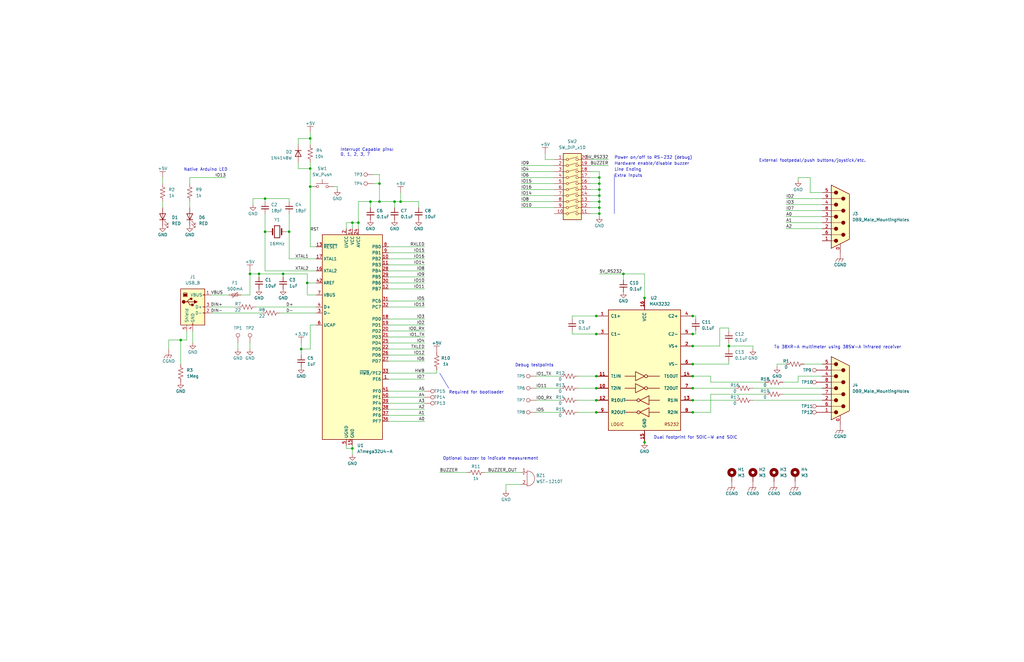
<source format=kicad_sch>
(kicad_sch (version 20230121) (generator eeschema)
  (paper "B")
  (title_block (title "SAFE-TO-MATE-O-MATIC") (date "2023-01-16") (rev "-") (comment 1 "7511-XXXX"))
  (lib_symbols
    (symbol "1Jarrett_Symbol_Library:+3.3V" (power) (pin_names (offset 0))
      (property "Value" "+3.3V" (at 0 3.81 0))
      (symbol "+3.3V_1_1"
        (pin power_in line (at 0 0 90) (length 0) hide (name "+3.3V") (number "1"))
      )
    )
    (symbol "1Jarrett_Symbol_Library:+5V" (power) (pin_names (offset 0))
      (property "Value" "+5V" (at 0 3.81 0))
      (symbol "+5V_1_1"
        (pin power_in line (at 0 0 90) (length 0) hide (name "+5V") (number "1"))
      )
    )
    (symbol "1Jarrett_Symbol_Library:CGND" (power) (pin_names (offset 0))
      (property "Value" "CGND" (at 0 -5.08 0))
      (symbol "CGND_1_1"
        (pin power_in line (at 0 0 90) (length 0) hide (name "CGND") (number "1"))
      )
    )
    (symbol "Connector:DB9_Male_MountingHoles" (pin_names (offset 1.016) hide)
      (property "Reference" "J" (at 0 16.51 0))
      (property "Value" "DB9_Male_MountingHoles" (at 0 14.605 0))
      (symbol "DB9_Male_MountingHoles_1_1"
        (pin passive line (at 0 -15.24 90) (length 3.81) (name "PAD") (number "0"))
        (pin passive line (at -7.62 -10.16 0) (length 3.81) (name "1") (number "1"))
        (pin passive line (at -7.62 -5.08 0) (length 3.81) (name "2") (number "2"))
        (pin passive line (at -7.62 0 0) (length 3.81) (name "3") (number "3"))
        (pin passive line (at -7.62 5.08 0) (length 3.81) (name "4") (number "4"))
        (pin passive line (at -7.62 10.16 0) (length 3.81) (name "5") (number "5"))
        (pin passive line (at -7.62 -7.62 0) (length 3.81) (name "6") (number "6"))
        (pin passive line (at -7.62 -2.54 0) (length 3.81) (name "7") (number "7"))
        (pin passive line (at -7.62 2.54 0) (length 3.81) (name "8") (number "8"))
        (pin passive line (at -7.62 7.62 0) (length 3.81) (name "9") (number "9"))
      )
    )
    (symbol "Connector:TestPoint" (pin_numbers hide) (pin_names (offset 0.762) hide)
      (property "Reference" "TP" (at 0 6.858 0))
      (property "Value" "TestPoint" (at 0 5.08 0))
      (symbol "TestPoint_1_1"
        (pin passive line (at 0 0 90) (length 2.54) (name "1") (number "1"))
      )
    )
    (symbol "Connector:USB_B" (pin_names (offset 1.016))
      (property "Reference" "J" (at -5.08 11.43 0))
      (property "Value" "USB_B" (at -5.08 8.89 0))
      (symbol "USB_B_1_1"
        (pin power_out line (at 7.62 5.08 180) (length 2.54) (name "VBUS") (number "1"))
        (pin bidirectional line (at 7.62 -2.54 180) (length 2.54) (name "D-") (number "2"))
        (pin bidirectional line (at 7.62 0 180) (length 2.54) (name "D+") (number "3"))
        (pin power_out line (at 0 -10.16 90) (length 2.54) (name "GND") (number "4"))
        (pin passive line (at -2.54 -10.16 90) (length 2.54) (name "Shield") (number "5"))
      )
    )
    (symbol "Device:Buzzer" (pin_names (offset 0.0254) hide)
      (property "Reference" "BZ" (at 3.81 1.27 0))
      (property "Value" "Buzzer" (at 3.81 -1.27 0))
      (symbol "Buzzer_1_1"
        (pin passive line (at -2.54 2.54 0) (length 2.54) (name "-") (number "1"))
        (pin passive line (at -2.54 -2.54 0) (length 2.54) (name "+") (number "2"))
      )
    )
    (symbol "Device:C_Small" (pin_numbers hide) (pin_names (offset 0.254) hide)
      (property "Reference" "C" (at 0.254 1.778 0))
      (property "Value" "C_Small" (at 0.254 -2.032 0))
      (symbol "C_Small_1_1"
        (pin passive line (at 0 2.54 270) (length 2.032) (name "~") (number "1"))
        (pin passive line (at 0 -2.54 90) (length 2.032) (name "~") (number "2"))
      )
    )
    (symbol "Device:Crystal" (pin_numbers hide) (pin_names (offset 1.016) hide)
      (property "Reference" "Y" (at 0 3.81 0))
      (property "Value" "Crystal" (at 0 -3.81 0))
      (symbol "Crystal_1_1"
        (pin passive line (at -3.81 0 0) (length 1.27) (name "1") (number "1"))
        (pin passive line (at 3.81 0 180) (length 1.27) (name "2") (number "2"))
      )
    )
    (symbol "Device:LED" (pin_numbers hide) (pin_names (offset 1.016) hide)
      (property "Reference" "D" (at 0 2.54 0))
      (property "Value" "LED" (at 0 -2.54 0))
      (symbol "LED_1_1"
        (pin passive line (at -3.81 0 0) (length 2.54) (name "K") (number "1"))
        (pin passive line (at 3.81 0 180) (length 2.54) (name "A") (number "2"))
      )
    )
    (symbol "Device:Polyfuse_Small" (pin_numbers hide) (pin_names (offset 0))
      (property "Reference" "F" (at -1.905 0 90))
      (property "Value" "Polyfuse_Small" (at 1.905 0 90))
      (symbol "Polyfuse_Small_1_1"
        (pin passive line (at 0 2.54 270) (length 0.635) (name "~") (number "1"))
        (pin passive line (at 0 -2.54 90) (length 0.635) (name "~") (number "2"))
      )
    )
    (symbol "Device:R_US" (pin_numbers hide) (pin_names (offset 0))
      (property "Reference" "R" (at 2.54 0 90))
      (property "Value" "R_US" (at -2.54 0 90))
      (symbol "R_US_1_1"
        (pin passive line (at 0 3.81 270) (length 1.27) (name "~") (number "1"))
        (pin passive line (at 0 -3.81 90) (length 1.27) (name "~") (number "2"))
      )
    )
    (symbol "Diode:1N4148W" (pin_numbers hide) (pin_names hide)
      (property "Reference" "D" (at 0 2.54 0))
      (property "Value" "1N4148W" (at 0 -2.54 0))
      (symbol "1N4148W_1_1"
        (pin passive line (at -3.81 0 0) (length 2.54) (name "K") (number "1"))
        (pin passive line (at 3.81 0 180) (length 2.54) (name "A") (number "2"))
      )
    )
    (symbol "Interface_UART:MAX3232" (pin_names (offset 1.016))
      (property "Reference" "U" (at -2.54 28.575 0))
      (property "Value" "MAX3232" (at -2.54 26.67 0))
      (symbol "MAX3232_0_0"
        (text "LOGIC" (at -11.43 -22.86 0) (effects (font (size 1.27 1.27))))
        (text "RS232" (at 11.43 -22.86 0) (effects (font (size 1.27 1.27))))
      )
      (symbol "MAX3232_1_1"
        (pin passive line (at -20.32 22.86 0) (length 5.08) (name "C1+") (number "1"))
        (pin input line (at -20.32 -7.62 0) (length 5.08) (name "T2IN") (number "10"))
        (pin input line (at -20.32 -2.54 0) (length 5.08) (name "T1IN") (number "11"))
        (pin output line (at -20.32 -12.7 0) (length 5.08) (name "R1OUT") (number "12"))
        (pin input line (at 20.32 -12.7 180) (length 5.08) (name "R1IN") (number "13"))
        (pin output line (at 20.32 -2.54 180) (length 5.08) (name "T1OUT") (number "14"))
        (pin power_in line (at 0 -30.48 90) (length 5.08) (name "GND") (number "15"))
        (pin power_in line (at 0 30.48 270) (length 5.08) (name "VCC") (number "16"))
        (pin power_out line (at 20.32 10.16 180) (length 5.08) (name "VS+") (number "2"))
        (pin passive line (at -20.32 15.24 0) (length 5.08) (name "C1-") (number "3"))
        (pin passive line (at 20.32 22.86 180) (length 5.08) (name "C2+") (number "4"))
        (pin passive line (at 20.32 15.24 180) (length 5.08) (name "C2-") (number "5"))
        (pin power_out line (at 20.32 2.54 180) (length 5.08) (name "VS-") (number "6"))
        (pin output line (at 20.32 -7.62 180) (length 5.08) (name "T2OUT") (number "7"))
        (pin input line (at 20.32 -17.78 180) (length 5.08) (name "R2IN") (number "8"))
        (pin output line (at -20.32 -17.78 0) (length 5.08) (name "R2OUT") (number "9"))
      )
    )
    (symbol "MCU_Microchip_ATmega:ATmega32U4-A"
      (property "Reference" "U" (at -12.7 44.45 0))
      (property "Value" "ATmega32U4-A" (at 2.54 -44.45 0))
      (symbol "ATmega32U4-A_1_1"
        (pin bidirectional line (at 15.24 -17.78 180) (length 2.54) (name "PE6") (number "1"))
        (pin bidirectional line (at 15.24 33.02 180) (length 2.54) (name "PB2") (number "10"))
        (pin bidirectional line (at 15.24 30.48 180) (length 2.54) (name "PB3") (number "11"))
        (pin bidirectional line (at 15.24 20.32 180) (length 2.54) (name "PB7") (number "12"))
        (pin input line (at -15.24 38.1 0) (length 2.54) (name "~{RESET}") (number "13"))
        (pin power_in line (at 0 45.72 270) (length 2.54) (name "VCC") (number "14"))
        (pin power_in line (at 0 -45.72 90) (length 2.54) (name "GND") (number "15"))
        (pin output line (at -15.24 27.94 0) (length 2.54) (name "XTAL2") (number "16"))
        (pin input line (at -15.24 33.02 0) (length 2.54) (name "XTAL1") (number "17"))
        (pin bidirectional line (at 15.24 7.62 180) (length 2.54) (name "PD0") (number "18"))
        (pin bidirectional line (at 15.24 5.08 180) (length 2.54) (name "PD1") (number "19"))
        (pin power_in line (at -2.54 45.72 270) (length 2.54) (name "UVCC") (number "2"))
        (pin bidirectional line (at 15.24 2.54 180) (length 2.54) (name "PD2") (number "20"))
        (pin bidirectional line (at 15.24 0 180) (length 2.54) (name "PD3") (number "21"))
        (pin bidirectional line (at 15.24 -5.08 180) (length 2.54) (name "PD5") (number "22"))
        (pin passive line (at 0 -45.72 90) (length 2.54) hide (name "GND") (number "23"))
        (pin power_in line (at 2.54 45.72 270) (length 2.54) (name "AVCC") (number "24"))
        (pin bidirectional line (at 15.24 -2.54 180) (length 2.54) (name "PD4") (number "25"))
        (pin bidirectional line (at 15.24 -7.62 180) (length 2.54) (name "PD6") (number "26"))
        (pin bidirectional line (at 15.24 -10.16 180) (length 2.54) (name "PD7") (number "27"))
        (pin bidirectional line (at 15.24 27.94 180) (length 2.54) (name "PB4") (number "28"))
        (pin bidirectional line (at 15.24 25.4 180) (length 2.54) (name "PB5") (number "29"))
        (pin bidirectional line (at -15.24 10.16 0) (length 2.54) (name "D-") (number "3"))
        (pin bidirectional line (at 15.24 22.86 180) (length 2.54) (name "PB6") (number "30"))
        (pin bidirectional line (at 15.24 15.24 180) (length 2.54) (name "PC6") (number "31"))
        (pin bidirectional line (at 15.24 12.7 180) (length 2.54) (name "PC7") (number "32"))
        (pin bidirectional line (at 15.24 -15.24 180) (length 2.54) (name "~{HWB}/PE2") (number "33"))
        (pin passive line (at 0 45.72 270) (length 2.54) hide (name "VCC") (number "34"))
        (pin passive line (at 0 -45.72 90) (length 2.54) hide (name "GND") (number "35"))
        (pin bidirectional line (at 15.24 -35.56 180) (length 2.54) (name "PF7") (number "36"))
        (pin bidirectional line (at 15.24 -33.02 180) (length 2.54) (name "PF6") (number "37"))
        (pin bidirectional line (at 15.24 -30.48 180) (length 2.54) (name "PF5") (number "38"))
        (pin bidirectional line (at 15.24 -27.94 180) (length 2.54) (name "PF4") (number "39"))
        (pin bidirectional line (at -15.24 12.7 0) (length 2.54) (name "D+") (number "4"))
        (pin bidirectional line (at 15.24 -25.4 180) (length 2.54) (name "PF1") (number "40"))
        (pin bidirectional line (at 15.24 -22.86 180) (length 2.54) (name "PF0") (number "41"))
        (pin passive line (at -15.24 22.86 0) (length 2.54) (name "AREF") (number "42"))
        (pin passive line (at 0 -45.72 90) (length 2.54) hide (name "GND") (number "43"))
        (pin passive line (at 2.54 45.72 270) (length 2.54) hide (name "AVCC") (number "44"))
        (pin passive line (at -2.54 -45.72 90) (length 2.54) (name "UGND") (number "5"))
        (pin passive line (at -15.24 5.08 0) (length 2.54) (name "UCAP") (number "6"))
        (pin input line (at -15.24 17.78 0) (length 2.54) (name "VBUS") (number "7"))
        (pin bidirectional line (at 15.24 38.1 180) (length 2.54) (name "PB0") (number "8"))
        (pin bidirectional line (at 15.24 35.56 180) (length 2.54) (name "PB1") (number "9"))
      )
    )
    (symbol "Mechanical:MountingHole_Pad" (pin_numbers hide) (pin_names (offset 1.016) hide)
      (property "Reference" "H" (at 0 6.35 0))
      (property "Value" "MountingHole_Pad" (at 0 4.445 0))
      (symbol "MountingHole_Pad_1_1"
        (pin input line (at 0 -2.54 90) (length 2.54) (name "1") (number "1"))
      )
    )
    (symbol "Switch:SW_DIP_x10" (pin_names (offset 0) hide)
      (property "Reference" "SW" (at 0 16.51 0))
      (property "Value" "SW_DIP_x10" (at 0 -13.97 0))
      (symbol "SW_DIP_x10_1_1"
        (pin passive line (at -7.62 12.7 0) (length 5.08) (name "~") (number "1"))
        (pin passive line (at -7.62 -10.16 0) (length 5.08) (name "~") (number "10"))
        (pin passive line (at 7.62 -10.16 180) (length 5.08) (name "~") (number "11"))
        (pin passive line (at 7.62 -7.62 180) (length 5.08) (name "~") (number "12"))
        (pin passive line (at 7.62 -5.08 180) (length 5.08) (name "~") (number "13"))
        (pin passive line (at 7.62 -2.54 180) (length 5.08) (name "~") (number "14"))
        (pin passive line (at 7.62 0 180) (length 5.08) (name "~") (number "15"))
        (pin passive line (at 7.62 2.54 180) (length 5.08) (name "~") (number "16"))
        (pin passive line (at 7.62 5.08 180) (length 5.08) (name "~") (number "17"))
        (pin passive line (at 7.62 7.62 180) (length 5.08) (name "~") (number "18"))
        (pin passive line (at 7.62 10.16 180) (length 5.08) (name "~") (number "19"))
        (pin passive line (at -7.62 10.16 0) (length 5.08) (name "~") (number "2"))
        (pin passive line (at 7.62 12.7 180) (length 5.08) (name "~") (number "20"))
        (pin passive line (at -7.62 7.62 0) (length 5.08) (name "~") (number "3"))
        (pin passive line (at -7.62 5.08 0) (length 5.08) (name "~") (number "4"))
        (pin passive line (at -7.62 2.54 0) (length 5.08) (name "~") (number "5"))
        (pin passive line (at -7.62 0 0) (length 5.08) (name "~") (number "6"))
        (pin passive line (at -7.62 -2.54 0) (length 5.08) (name "~") (number "7"))
        (pin passive line (at -7.62 -5.08 0) (length 5.08) (name "~") (number "8"))
        (pin passive line (at -7.62 -7.62 0) (length 5.08) (name "~") (number "9"))
      )
    )
    (symbol "Switch:SW_Push" (pin_numbers hide) (pin_names (offset 1.016) hide)
      (property "Reference" "SW" (at 1.27 2.54 0))
      (property "Value" "SW_Push" (at 0 -1.524 0))
      (symbol "SW_Push_0_1"
        (pin passive line (at -5.08 0 0) (length 2.54) (name "1") (number "1"))
        (pin passive line (at 5.08 0 180) (length 2.54) (name "2") (number "2"))
      )
    )
    (symbol "power:GND" (power) (pin_names (offset 0))
      (property "Value" "GND" (at 0 -3.81 0))
      (symbol "GND_1_1"
        (pin power_in line (at 0 0 270) (length 0) hide (name "GND") (number "1"))
      )
    )
  )
  (junction (at 156.21 85.09))
  (junction (at 76.2 143.51))
  (junction (at 168.91 85.09))
  (junction (at 292.1 140.97))
  (junction (at 252.73 87.63))
  (junction (at 262.89 115.57))
  (junction (at 111.76 83.82))
  (junction (at 252.73 90.17))
  (junction (at 292.1 153.67))
  (junction (at 251.46 173.99))
  (junction (at 111.76 97.79))
  (junction (at 166.37 85.09))
  (junction (at 119.38 115.57))
  (junction (at 252.73 85.09))
  (junction (at 271.78 186.69))
  (junction (at 292.1 158.75))
  (junction (at 251.46 140.97))
  (junction (at 127 147.32))
  (junction (at 121.92 97.79))
  (junction (at 292.1 168.91))
  (junction (at 252.73 77.47))
  (junction (at 130.81 58.42))
  (junction (at 251.46 168.91))
  (junction (at 252.73 82.55))
  (junction (at 251.46 163.83))
  (junction (at 129.54 119.38))
  (junction (at 252.73 80.01))
  (junction (at 292.1 163.83))
  (junction (at 105.41 115.57))
  (junction (at 251.46 133.35))
  (junction (at 148.59 189.23))
  (junction (at 292.1 133.35))
  (junction (at 160.02 85.09))
  (junction (at 130.81 78.74))
  (junction (at 109.22 115.57))
  (junction (at 252.73 74.93))
  (junction (at 160.02 77.47))
  (junction (at 130.81 71.12))
  (junction (at 292.1 146.05))
  (junction (at 271.78 125.73))
  (junction (at 307.34 146.05))
  (junction (at 251.46 158.75))
  (junction (at 292.1 173.99))
  (junction (at 151.13 93.98))
  (junction (at 148.59 93.98))
  (wire (pts (xy 330.2 166.37) (xy 346.71 166.37)))
  (wire (pts (xy 346.71 88.9) (xy 331.47 88.9)))
  (wire (pts (xy 252.73 74.93) (xy 252.73 77.47)))
  (wire (pts (xy 163.83 149.86) (xy 179.07 149.86)))
  (wire (pts (xy 80.01 85.09) (xy 80.01 87.63)))
  (wire (pts (xy 346.71 81.28) (xy 341.63 81.28)))
  (wire (pts (xy 327.66 154.94) (xy 327.66 153.67)))
  (wire (pts (xy 248.92 69.85) (xy 256.54 69.85)))
  (wire (pts (xy 127 147.32) (xy 127 149.86)))
  (wire (pts (xy 109.22 115.57) (xy 119.38 115.57)))
  (wire (pts (xy 336.55 158.75) (xy 336.55 161.29)))
  (wire (pts (xy 299.72 166.37) (xy 322.58 166.37)))
  (wire (pts (xy 346.71 93.98) (xy 331.47 93.98)))
  (wire (pts (xy 213.36 204.47) (xy 213.36 207.01)))
  (wire (pts (xy 307.34 144.78) (xy 307.34 146.05)))
  (wire (pts (xy 303.53 146.05) (xy 303.53 138.43)))
  (wire (pts (xy 118.11 132.08) (xy 133.35 132.08)))
  (wire (pts (xy 292.1 133.35) (xy 293.37 133.35)))
  (wire (pts (xy 130.81 55.88) (xy 130.81 58.42)))
  (wire (pts (xy 219.71 82.55) (xy 233.68 82.55)))
  (wire (pts (xy 163.83 104.14) (xy 179.07 104.14)))
  (wire (pts (xy 160.02 73.66) (xy 160.02 77.47)))
  (wire (pts (xy 226.06 158.75) (xy 236.22 158.75)))
  (wire (pts (xy 111.76 85.09) (xy 111.76 83.82)))
  (wire (pts (xy 76.2 143.51) (xy 76.2 153.67)))
  (wire (pts (xy 163.83 167.64) (xy 179.07 167.64)))
  (wire (pts (xy 129.54 124.46) (xy 129.54 119.38)))
  (wire (pts (xy 248.92 74.93) (xy 252.73 74.93)))
  (wire (pts (xy 146.05 187.96) (xy 146.05 189.23)))
  (wire (pts (xy 339.09 153.67) (xy 346.71 153.67)))
  (wire (pts (xy 130.81 60.96) (xy 130.81 58.42)))
  (wire (pts (xy 248.92 90.17) (xy 252.73 90.17)))
  (polyline (pts (xy 189.23 163.83) (xy 185.42 157.48)))
  (wire (pts (xy 107.95 129.54) (xy 133.35 129.54)))
  (wire (pts (xy 142.24 80.01) (xy 142.24 78.74)))
  (wire (pts (xy 248.92 87.63) (xy 252.73 87.63)))
  (wire (pts (xy 80.01 74.93) (xy 95.25 74.93)))
  (wire (pts (xy 346.71 91.44) (xy 331.47 91.44)))
  (wire (pts (xy 71.12 147.32) (xy 71.12 143.51)))
  (wire (pts (xy 299.72 161.29) (xy 322.58 161.29)))
  (wire (pts (xy 219.71 87.63) (xy 233.68 87.63)))
  (wire (pts (xy 252.73 90.17) (xy 252.73 91.44)))
  (wire (pts (xy 303.53 138.43) (xy 307.34 138.43)))
  (wire (pts (xy 111.76 97.79) (xy 111.76 114.3)))
  (wire (pts (xy 248.92 77.47) (xy 252.73 77.47)))
  (wire (pts (xy 252.73 115.57) (xy 262.89 115.57)))
  (wire (pts (xy 168.91 85.09) (xy 176.53 85.09)))
  (wire (pts (xy 109.22 116.84) (xy 109.22 115.57)))
  (wire (pts (xy 330.2 161.29) (xy 336.55 161.29)))
  (wire (pts (xy 271.78 115.57) (xy 262.89 115.57)))
  (wire (pts (xy 317.5 168.91) (xy 346.71 168.91)))
  (wire (pts (xy 125.73 71.12) (xy 130.81 71.12)))
  (wire (pts (xy 163.83 160.02) (xy 179.07 160.02)))
  (wire (pts (xy 184.15 157.48) (xy 184.15 156.21)))
  (wire (pts (xy 252.73 85.09) (xy 252.73 87.63)))
  (wire (pts (xy 243.84 168.91) (xy 251.46 168.91)))
  (wire (pts (xy 101.6 124.46) (xy 105.41 124.46)))
  (wire (pts (xy 293.37 140.97) (xy 293.37 139.7)))
  (wire (pts (xy 163.83 144.78) (xy 179.07 144.78)))
  (wire (pts (xy 243.84 163.83) (xy 251.46 163.83)))
  (wire (pts (xy 346.71 83.82) (xy 331.47 83.82)))
  (wire (pts (xy 151.13 85.09) (xy 156.21 85.09)))
  (wire (pts (xy 243.84 173.99) (xy 251.46 173.99)))
  (wire (pts (xy 299.72 173.99) (xy 292.1 173.99)))
  (wire (pts (xy 317.5 163.83) (xy 346.71 163.83)))
  (wire (pts (xy 160.02 85.09) (xy 166.37 85.09)))
  (wire (pts (xy 163.83 114.3) (xy 179.07 114.3)))
  (wire (pts (xy 163.83 177.8) (xy 179.07 177.8)))
  (wire (pts (xy 129.54 119.38) (xy 133.35 119.38)))
  (wire (pts (xy 88.9 129.54) (xy 100.33 129.54)))
  (wire (pts (xy 336.55 74.93) (xy 336.55 76.2)))
  (wire (pts (xy 252.73 82.55) (xy 252.73 85.09)))
  (wire (pts (xy 248.92 80.01) (xy 252.73 80.01)))
  (wire (pts (xy 133.35 109.22) (xy 121.92 109.22)))
  (wire (pts (xy 163.83 175.26) (xy 179.07 175.26)))
  (wire (pts (xy 163.83 109.22) (xy 179.07 109.22)))
  (wire (pts (xy 299.72 158.75) (xy 299.72 161.29)))
  (wire (pts (xy 133.35 137.16) (xy 130.81 137.16)))
  (wire (pts (xy 121.92 97.79) (xy 120.65 97.79)))
  (wire (pts (xy 341.63 74.93) (xy 336.55 74.93)))
  (wire (pts (xy 166.37 85.09) (xy 166.37 87.63)))
  (wire (pts (xy 185.42 199.39) (xy 196.85 199.39)))
  (wire (pts (xy 292.1 168.91) (xy 309.88 168.91)))
  (wire (pts (xy 125.73 68.58) (xy 125.73 71.12)))
  (wire (pts (xy 241.3 140.97) (xy 241.3 139.7)))
  (wire (pts (xy 142.24 78.74) (xy 140.97 78.74)))
  (wire (pts (xy 248.92 82.55) (xy 252.73 82.55)))
  (wire (pts (xy 163.83 157.48) (xy 184.15 157.48)))
  (wire (pts (xy 133.35 114.3) (xy 111.76 114.3)))
  (wire (pts (xy 151.13 93.98) (xy 151.13 85.09)))
  (wire (pts (xy 307.34 153.67) (xy 307.34 152.4)))
  (wire (pts (xy 133.35 124.46) (xy 129.54 124.46)))
  (wire (pts (xy 148.59 189.23) (xy 148.59 187.96)))
  (wire (pts (xy 163.83 129.54) (xy 179.07 129.54)))
  (wire (pts (xy 292.1 140.97) (xy 293.37 140.97)))
  (wire (pts (xy 146.05 189.23) (xy 148.59 189.23)))
  (wire (pts (xy 307.34 146.05) (xy 317.5 146.05)))
  (wire (pts (xy 130.81 68.58) (xy 130.81 71.12)))
  (wire (pts (xy 163.83 172.72) (xy 179.07 172.72)))
  (wire (pts (xy 105.41 115.57) (xy 105.41 124.46)))
  (wire (pts (xy 292.1 158.75) (xy 299.72 158.75)))
  (wire (pts (xy 252.73 80.01) (xy 252.73 82.55)))
  (wire (pts (xy 130.81 78.74) (xy 130.81 104.14)))
  (wire (pts (xy 163.83 116.84) (xy 179.07 116.84)))
  (wire (pts (xy 111.76 83.82) (xy 121.92 83.82)))
  (wire (pts (xy 121.92 83.82) (xy 121.92 85.09)))
  (wire (pts (xy 81.28 139.7) (xy 81.28 144.78)))
  (wire (pts (xy 251.46 140.97) (xy 241.3 140.97)))
  (wire (pts (xy 163.83 111.76) (xy 179.07 111.76)))
  (wire (pts (xy 248.92 67.31) (xy 256.54 67.31)))
  (wire (pts (xy 307.34 146.05) (xy 307.34 147.32)))
  (wire (pts (xy 111.76 90.17) (xy 111.76 97.79)))
  (wire (pts (xy 146.05 93.98) (xy 146.05 96.52)))
  (wire (pts (xy 317.5 146.05) (xy 317.5 147.32)))
  (wire (pts (xy 204.47 199.39) (xy 219.71 199.39)))
  (wire (pts (xy 243.84 158.75) (xy 251.46 158.75)))
  (wire (pts (xy 78.74 139.7) (xy 78.74 143.51)))
  (wire (pts (xy 233.68 74.93) (xy 219.71 74.93)))
  (wire (pts (xy 80.01 74.93) (xy 80.01 77.47)))
  (wire (pts (xy 68.58 74.93) (xy 68.58 77.47)))
  (wire (pts (xy 163.83 147.32) (xy 179.07 147.32)))
  (wire (pts (xy 226.06 163.83) (xy 236.22 163.83)))
  (wire (pts (xy 307.34 138.43) (xy 307.34 139.7)))
  (wire (pts (xy 163.83 137.16) (xy 179.07 137.16)))
  (wire (pts (xy 71.12 143.51) (xy 76.2 143.51)))
  (wire (pts (xy 168.91 81.28) (xy 168.91 85.09)))
  (wire (pts (xy 88.9 132.08) (xy 110.49 132.08)))
  (wire (pts (xy 292.1 163.83) (xy 309.88 163.83)))
  (wire (pts (xy 252.73 87.63) (xy 252.73 90.17)))
  (wire (pts (xy 241.3 133.35) (xy 251.46 133.35)))
  (wire (pts (xy 127 147.32) (xy 127 144.78)))
  (wire (pts (xy 327.66 153.67) (xy 331.47 153.67)))
  (wire (pts (xy 105.41 144.78) (xy 105.41 147.32)))
  (wire (pts (xy 163.83 170.18) (xy 179.07 170.18)))
  (wire (pts (xy 151.13 96.52) (xy 151.13 93.98)))
  (wire (pts (xy 163.83 152.4) (xy 179.07 152.4)))
  (wire (pts (xy 163.83 119.38) (xy 179.07 119.38)))
  (wire (pts (xy 78.74 143.51) (xy 76.2 143.51)))
  (wire (pts (xy 219.71 85.09) (xy 233.68 85.09)))
  (wire (pts (xy 271.78 125.73) (xy 271.78 115.57)))
  (wire (pts (xy 105.41 114.3) (xy 105.41 115.57)))
  (wire (pts (xy 233.68 69.85) (xy 219.71 69.85)))
  (wire (pts (xy 157.48 77.47) (xy 160.02 77.47)))
  (wire (pts (xy 68.58 85.09) (xy 68.58 87.63)))
  (wire (pts (xy 157.48 73.66) (xy 160.02 73.66)))
  (wire (pts (xy 163.83 139.7) (xy 179.07 139.7)))
  (wire (pts (xy 129.54 115.57) (xy 119.38 115.57)))
  (wire (pts (xy 248.92 85.09) (xy 252.73 85.09)))
  (wire (pts (xy 176.53 85.09) (xy 176.53 87.63)))
  (wire (pts (xy 252.73 72.39) (xy 252.73 74.93)))
  (wire (pts (xy 163.83 106.68) (xy 179.07 106.68)))
  (wire (pts (xy 226.06 173.99) (xy 236.22 173.99)))
  (wire (pts (xy 229.87 64.77) (xy 229.87 67.31)))
  (wire (pts (xy 219.71 204.47) (xy 213.36 204.47)))
  (wire (pts (xy 121.92 90.17) (xy 121.92 97.79)))
  (wire (pts (xy 292.1 153.67) (xy 307.34 153.67)))
  (wire (pts (xy 106.68 83.82) (xy 111.76 83.82)))
  (wire (pts (xy 109.22 115.57) (xy 105.41 115.57)))
  (wire (pts (xy 121.92 97.79) (xy 121.92 109.22)))
  (wire (pts (xy 130.81 137.16) (xy 130.81 147.32)))
  (wire (pts (xy 346.71 158.75) (xy 336.55 158.75)))
  (wire (pts (xy 163.83 121.92) (xy 179.07 121.92)))
  (wire (pts (xy 262.89 115.57) (xy 262.89 118.11)))
  (wire (pts (xy 252.73 77.47) (xy 252.73 80.01)))
  (wire (pts (xy 100.33 144.78) (xy 100.33 147.32)))
  (wire (pts (xy 129.54 119.38) (xy 129.54 115.57)))
  (wire (pts (xy 148.59 93.98) (xy 146.05 93.98)))
  (wire (pts (xy 111.76 97.79) (xy 113.03 97.79)))
  (wire (pts (xy 156.21 85.09) (xy 160.02 85.09)))
  (wire (pts (xy 233.68 67.31) (xy 229.87 67.31)))
  (wire (pts (xy 219.71 80.01) (xy 233.68 80.01)))
  (wire (pts (xy 151.13 93.98) (xy 148.59 93.98)))
  (wire (pts (xy 163.83 165.1) (xy 179.07 165.1)))
  (wire (pts (xy 133.35 104.14) (xy 130.81 104.14)))
  (wire (pts (xy 160.02 77.47) (xy 160.02 85.09)))
  (wire (pts (xy 241.3 134.62) (xy 241.3 133.35)))
  (wire (pts (xy 219.71 77.47) (xy 233.68 77.47)))
  (wire (pts (xy 148.59 189.23) (xy 148.59 191.77)))
  (wire (pts (xy 130.81 58.42) (xy 125.73 58.42)))
  (wire (pts (xy 163.83 142.24) (xy 179.07 142.24)))
  (polyline (pts (xy 259.08 73.66) (xy 259.08 90.17)))
  (wire (pts (xy 226.06 168.91) (xy 236.22 168.91)))
  (wire (pts (xy 299.72 166.37) (xy 299.72 173.99)))
  (wire (pts (xy 148.59 96.52) (xy 148.59 93.98)))
  (wire (pts (xy 119.38 116.84) (xy 119.38 115.57)))
  (wire (pts (xy 88.9 124.46) (xy 96.52 124.46)))
  (wire (pts (xy 163.83 134.62) (xy 179.07 134.62)))
  (wire (pts (xy 293.37 134.62) (xy 293.37 133.35)))
  (wire (pts (xy 106.68 86.36) (xy 106.68 83.82)))
  (wire (pts (xy 130.81 71.12) (xy 130.81 78.74)))
  (wire (pts (xy 233.68 72.39) (xy 219.71 72.39)))
  (wire (pts (xy 125.73 58.42) (xy 125.73 60.96)))
  (wire (pts (xy 156.21 85.09) (xy 156.21 87.63)))
  (wire (pts (xy 166.37 85.09) (xy 168.91 85.09)))
  (wire (pts (xy 163.83 127) (xy 179.07 127)))
  (wire (pts (xy 341.63 81.28) (xy 341.63 74.93)))
  (wire (pts (xy 248.92 72.39) (xy 252.73 72.39)))
  (wire (pts (xy 331.47 86.36) (xy 346.71 86.36)))
  (wire (pts (xy 130.81 147.32) (xy 127 147.32)))
  (wire (pts (xy 292.1 146.05) (xy 303.53 146.05)))
  (wire (pts (xy 346.71 96.52) (xy 331.47 96.52)))
  (text "To 38XR-A multimeter using 38SW-A infrared receiver" (at 326.39 147.32 0) (effects (font (size 1.27 1.27)) (justify left bottom)))
  (text "External footpedal/push buttons/joystick/etc." (at 320.04 68.58 0) (effects (font (size 1.27 1.27)) (justify left bottom)))
  (text "Optional buzzer to indicate measurement" (at 186.69 194.31 0) (effects (font (size 1.27 1.27)) (justify left bottom)))
  (text "Dual footprint for SOIC-W and SOIC\n" (at 275.59 185.42 0) (effects (font (size 1.27 1.27)) (justify left bottom)))
  (text "Extra inputs" (at 259.08 74.93 0) (effects (font (size 1.27 1.27)) (justify left bottom)))
  (text "Native Arduino LED" (at 77.47 72.39 0) (effects (font (size 1.27 1.27)) (justify left bottom)))
  (text "Line Ending" (at 259.08 72.39 0) (effects (font (size 1.27 1.27)) (justify left bottom)))
  (text "Power on/off to RS-232 (debug)" (at 259.08 67.31 0) (effects (font (size 1.27 1.27)) (justify left bottom)))
  (text "Debug testpoints" (at 217.17 154.94 0) (effects (font (size 1.27 1.27)) (justify left bottom)))
  (text "Hardware enable/disable buzzer" (at 259.08 69.85 0) (effects (font (size 1.27 1.27)) (justify left bottom)))
  (text "Interrupt Capable pins:\n0, 1, 2, 3, 7" (at 143.51 66.04 0) (effects (font (size 1.27 1.27)) (justify left bottom)))
  (text "Required for bootloader" (at 189.23 166.37 0) (effects (font (size 1.27 1.27)) (justify left bottom)))
  (label "RST" (at 130.81 97.79 0))
  (label "IO11" (at 226.06 163.83 0))
  (label "IO4" (at 219.71 72.39 0))
  (label "VBUS" (at 88.9 124.46 0))
  (label "A2" (at 179.07 172.72 180))
  (label "5V_RS232" (at 252.73 115.57 0))
  (label "IO0_RX" (at 226.06 168.91 0))
  (label "HWB" (at 179.07 157.48 180))
  (label "IO9" (at 179.07 116.84 180))
  (label "IO16" (at 219.71 80.01 0))
  (label "A0" (at 331.47 91.44 0))
  (label "IO10" (at 179.07 119.38 180))
  (label "RXLED" (at 179.07 104.14 180))
  (label "IO8" (at 219.71 85.09 0))
  (label "D-" (at 120.65 132.08 0))
  (label "IO0_RX" (at 179.07 139.7 180))
  (label "A0" (at 179.07 177.8 180))
  (label "IO9" (at 219.71 69.85 0))
  (label "IO15" (at 219.71 77.47 0))
  (label "A2" (at 331.47 96.52 0))
  (label "IO10" (at 219.71 87.63 0))
  (label "IO14" (at 179.07 111.76 180))
  (label "IO12" (at 179.07 149.86 180))
  (label "A3" (at 179.07 170.18 180))
  (label "IO15" (at 179.07 106.68 180))
  (label "IO11" (at 179.07 121.92 180))
  (label "IO7" (at 179.07 160.02 180))
  (label "A1" (at 179.07 175.26 180))
  (label "IO14" (at 219.71 82.55 0))
  (label "IO13" (at 179.07 129.54 180))
  (label "BUZZER" (at 185.42 199.39 0))
  (label "A5" (at 179.07 165.1 180))
  (label "A4" (at 179.07 167.64 180))
  (label "DIN-" (at 88.9 132.08 0))
  (label "IO1_TX" (at 179.07 142.24 180))
  (label "IO6" (at 179.07 152.4 180))
  (label "IO13" (at 95.25 74.93 180))
  (label "IO3" (at 331.47 86.36 0))
  (label "IO5" (at 179.07 127 180))
  (label "XTAL2" (at 124.46 114.3 0))
  (label "BUZZER" (at 256.54 69.85 180))
  (label "DIN+" (at 88.9 129.54 0))
  (label "IO2" (at 179.07 137.16 180))
  (label "XTAL1" (at 124.46 109.22 0))
  (label "IO5" (at 226.06 173.99 0))
  (label "IO1_TX" (at 226.06 158.75 0))
  (label "D+" (at 120.65 129.54 0))
  (label "5V_RS232" (at 256.54 67.31 180))
  (label "IO3" (at 179.07 134.62 180))
  (label "IO6" (at 219.71 74.93 0))
  (label "IO7" (at 331.47 88.9 0))
  (label "IO16" (at 179.07 109.22 180))
  (label "IO4" (at 179.07 144.78 180))
  (label "IO2" (at 331.47 83.82 0))
  (label "IO8" (at 179.07 114.3 180))
  (label "A1" (at 331.47 93.98 0))
  (label "BUZZER_OUT" (at 205.74 199.39 0))
  (label "TXLED" (at 179.07 147.32 180))
  (symbol (lib_id "Connector:TestPoint") (at 179.07 167.64 270) (unit 1)
    (property "Reference" "TP14" (at 185.42 167.64 90))
    (property "Value" "TestPoint" (effects hide))
    (property "Footprint" "TestPoint:TestPoint_Keystone_5015_Micro-Minature" (effects hide))
  )
  (symbol (lib_id "Connector:DB9_Male_MountingHoles") (at 354.33 163.83 0) (unit 1)
    (property "Reference" "J4" (at 359.41 162.5599 0) (effects (justify left)))
    (property "Value" "DB9_Male_MountingHoles" (at 359.41 165.0999 0) (effects (justify left)))
    (property "Footprint" "Connector_Dsub:DSUB-9_Female_Horizontal_P2.77x2.84mm_EdgePinOffset4.94mm_Housed_MountingHolesOffset7.48mm" (effects hide))
    (property "Datasheet" " ~" (effects hide))
  )
  (symbol (lib_id "1Jarrett_Symbol_Library:+5V") (at 229.87 64.77 0) (unit 1)
    (property "Reference" "#PWR025" (effects hide))
    (property "Value" "+5V" (at 229.87 60.96 0))
  )
  (symbol (lib_id "1Jarrett_Symbol_Library:+5V") (at 168.91 81.28 0) (unit 1)
    (property "Reference" "#PWR020" (effects hide))
    (property "Value" "+5V" (at 168.91 77.47 0))
  )
  (symbol (lib_id "Connector:TestPoint") (at 226.06 158.75 90) (mirror x) (unit 1)
    (property "Reference" "TP5" (at 219.71 158.75 90))
    (property "Value" "TestPoint" (effects hide))
    (property "Footprint" "TestPoint:TestPoint_Keystone_5015_Micro-Minature" (effects hide))
  )
  (symbol (lib_id "Connector:DB9_Male_MountingHoles") (at 354.33 91.44 0) (unit 1)
    (property "Reference" "J3" (at 359.41 90.1699 0) (effects (justify left)))
    (property "Value" "DB9_Male_MountingHoles" (at 359.41 92.7099 0) (effects (justify left)))
    (property "Footprint" "Connector_Dsub:DSUB-9_Female_Horizontal_P2.77x2.84mm_EdgePinOffset4.94mm_Housed_MountingHolesOffset7.48mm" (effects hide))
    (property "Datasheet" " ~" (effects hide))
  )
  (symbol (lib_id "Connector:TestPoint") (at 179.07 165.1 270) (unit 1)
    (property "Reference" "TP15" (at 185.42 165.1 90))
    (property "Value" "TestPoint" (effects hide))
    (property "Footprint" "TestPoint:TestPoint_Keystone_5015_Micro-Minature" (effects hide))
  )
  (symbol (lib_id "Device:C_Small") (at 127 152.4 0) (unit 1)
    (property "Reference" "C5" (at 129.54 151.1362 0) (effects (justify left)))
    (property "Value" "1uF" (at 129.54 153.6762 0) (effects (justify left)))
    (property "Footprint" "Capacitor_SMD:C_0603_1608Metric_Pad1.08x0.95mm_HandSolder" (effects hide))
  )
  (symbol (lib_id "Connector:TestPoint") (at 157.48 77.47 90) (unit 1)
    (property "Reference" "TP4" (at 151.13 77.47 90))
    (property "Value" "TestPoint" (effects hide))
    (property "Footprint" "TestPoint:TestPoint_Keystone_5015_Micro-Minature" (effects hide))
  )
  (symbol (lib_id "Device:R_US") (at 76.2 157.48 180) (unit 1)
    (property "Reference" "R3" (at 80.01 156.21 0))
    (property "Value" "1Meg" (at 81.28 158.75 0))
    (property "Footprint" "Resistor_SMD:R_1206_3216Metric_Pad1.30x1.75mm_HandSolder" (effects hide))
  )
  (symbol (lib_id "power:GND") (at 262.89 123.19 0) (unit 1)
    (property "Reference" "#PWR028" (effects hide))
    (property "Value" "GND" (at 262.89 127 0))
  )
  (symbol (lib_id "power:GND") (at 176.53 92.71 0) (unit 1)
    (property "Reference" "#PWR021" (effects hide))
    (property "Value" "GND" (at 176.53 96.52 0))
  )
  (symbol (lib_id "Connector:TestPoint") (at 226.06 163.83 90) (mirror x) (unit 1)
    (property "Reference" "TP6" (at 219.71 163.83 90))
    (property "Value" "TestPoint" (effects hide))
    (property "Footprint" "TestPoint:TestPoint_Keystone_5015_Micro-Minature" (effects hide))
  )
  (symbol (lib_id "1Jarrett_Symbol_Library:CGND") (at 326.39 203.2 0) (unit 1)
    (property "Reference" "#PWR034" (effects hide))
    (property "Value" "CGND" (at 326.39 208.28 0))
  )
  (symbol (lib_id "Device:R_US") (at 104.14 129.54 90) (unit 1)
    (property "Reference" "R7" (at 100.33 128.27 90))
    (property "Value" "22" (at 100.33 130.81 90))
    (property "Footprint" "Resistor_SMD:R_0603_1608Metric_Pad0.98x0.95mm_HandSolder" (effects hide))
  )
  (symbol (lib_id "power:GND") (at 106.68 86.36 0) (unit 1)
    (property "Reference" "#PWR010" (effects hide))
    (property "Value" "GND" (at 106.68 90.17 0))
  )
  (symbol (lib_id "1Jarrett_Symbol_Library:CGND") (at 308.61 203.2 0) (unit 1)
    (property "Reference" "#PWR031" (effects hide))
    (property "Value" "CGND" (at 308.61 208.28 0))
  )
  (symbol (lib_id "Device:Polyfuse_Small") (at 99.06 124.46 90) (unit 1)
    (property "Reference" "F1" (at 99.06 119.38 90))
    (property "Value" "500mA" (at 99.06 121.92 90))
    (property "Footprint" "Resistor_SMD:R_1812_4532Metric_Pad1.30x3.40mm_HandSolder" (effects hide))
  )
  (symbol (lib_id "Device:Buzzer") (at 222.25 201.93 0) (unit 1)
    (property "Reference" "BZ1" (at 226.06 200.6599 0) (effects (justify left)))
    (property "Value" "WST-1210T" (at 226.06 203.1999 0) (effects (justify left)))
    (property "Footprint" "Buzzer_Beeper:Buzzer_12x9.5RM7.6" (effects hide))
  )
  (symbol (lib_id "power:GND") (at 148.59 191.77 0) (unit 1)
    (property "Reference" "#PWR017" (effects hide))
    (property "Value" "GND" (at 148.59 195.58 0))
  )
  (symbol (lib_id "Device:R_US") (at 313.69 163.83 90) (unit 1)
    (property "Reference" "R16" (at 309.88 162.56 90))
    (property "Value" "0" (at 309.88 165.1 90))
    (property "Footprint" "Resistor_SMD:R_0603_1608Metric_Pad0.98x0.95mm_HandSolder" (effects hide))
  )
  (symbol (lib_id "power:GND") (at 68.58 95.25 0) (unit 1)
    (property "Reference" "#PWR02" (effects hide))
    (property "Value" "GND" (at 68.58 99.06 0))
  )
  (symbol (lib_id "1Jarrett_Symbol_Library:+5V") (at 68.58 74.93 0) (unit 1)
    (property "Reference" "#PWR03" (effects hide))
    (property "Value" "+5V" (at 68.58 71.12 0))
  )
  (symbol (lib_id "Device:C_Small") (at 241.3 137.16 0) (unit 1)
    (property "Reference" "C9" (at 243.84 135.8962 0) (effects (justify left)))
    (property "Value" "0.1uF" (at 243.84 138.4362 0) (effects (justify left)))
    (property "Footprint" "Capacitor_SMD:C_0603_1608Metric_Pad1.08x0.95mm_HandSolder" (effects hide))
  )
  (symbol (lib_id "Connector:TestPoint") (at 226.06 173.99 90) (mirror x) (unit 1)
    (property "Reference" "TP8" (at 219.71 173.99 90))
    (property "Value" "TestPoint" (effects hide))
    (property "Footprint" "TestPoint:TestPoint_Keystone_5015_Micro-Minature" (effects hide))
  )
  (symbol (lib_id "power:GND") (at 80.01 95.25 0) (unit 1)
    (property "Reference" "#PWR012" (effects hide))
    (property "Value" "GND" (at 80.01 99.06 0))
  )
  (symbol (lib_id "Connector:TestPoint") (at 346.71 171.45 90) (unit 1)
    (property "Reference" "TP11" (at 340.36 171.45 90))
    (property "Value" "TestPoint" (effects hide))
    (property "Footprint" "TestPoint:TestPoint_Keystone_5015_Micro-Minature" (effects hide))
  )
  (symbol (lib_id "Connector:TestPoint") (at 100.33 144.78 0) (unit 1)
    (property "Reference" "TP1" (at 100.33 138.43 0))
    (property "Value" "TestPoint" (effects hide))
    (property "Footprint" "TestPoint:TestPoint_Keystone_5015_Micro-Minature" (effects hide))
  )
  (symbol (lib_id "power:GND") (at 100.33 147.32 0) (unit 1)
    (property "Reference" "#PWR07" (effects hide))
    (property "Value" "GND" (at 100.33 151.13 0))
  )
  (symbol (lib_id "1Jarrett_Symbol_Library:CGND") (at 335.28 203.2 0) (unit 1)
    (property "Reference" "#PWR037" (effects hide))
    (property "Value" "CGND" (at 335.28 208.28 0))
  )
  (symbol (lib_id "Mechanical:MountingHole_Pad") (at 317.5 200.66 0) (unit 1)
    (property "Reference" "H2" (at 320.04 198.1199 0) (effects (justify left)))
    (property "Value" "M3" (at 320.04 200.6599 0) (effects (justify left)))
    (property "Footprint" "MountingHole:MountingHole_3mm_Pad_Via" (effects hide))
  )
  (symbol (lib_id "power:GND") (at 317.5 147.32 0) (unit 1)
    (property "Reference" "#PWR030" (effects hide))
    (property "Value" "GND" (at 317.5 151.13 0))
  )
  (symbol (lib_id "Mechanical:MountingHole_Pad") (at 308.61 200.66 0) (unit 1)
    (property "Reference" "H1" (at 311.15 198.1199 0) (effects (justify left)))
    (property "Value" "M3" (at 311.15 200.6599 0) (effects (justify left)))
    (property "Footprint" "MountingHole:MountingHole_3mm_Pad_Via" (effects hide))
  )
  (symbol (lib_id "Device:R_US") (at 68.58 81.28 180) (unit 1)
    (property "Reference" "R2" (at 72.39 80.01 0))
    (property "Value" "1k" (at 72.39 82.55 0))
    (property "Footprint" "Resistor_SMD:R_0603_1608Metric_Pad0.98x0.95mm_HandSolder" (effects hide))
  )
  (symbol (lib_id "power:GND") (at 156.21 92.71 0) (unit 1)
    (property "Reference" "#PWR018" (effects hide))
    (property "Value" "GND" (at 156.21 96.52 0))
  )
  (symbol (lib_id "Connector:TestPoint") (at 157.48 73.66 90) (unit 1)
    (property "Reference" "TP3" (at 151.13 73.66 90))
    (property "Value" "TestPoint" (effects hide))
    (property "Footprint" "TestPoint:TestPoint_Keystone_5015_Micro-Minature" (effects hide))
  )
  (symbol (lib_id "Mechanical:MountingHole_Pad") (at 335.28 200.66 0) (unit 1)
    (property "Reference" "H4" (at 337.82 198.1199 0) (effects (justify left)))
    (property "Value" "M3" (at 337.82 200.6599 0) (effects (justify left)))
    (property "Footprint" "MountingHole:MountingHole_3mm_Pad_Via" (effects hide))
  )
  (symbol (lib_id "Device:R_US") (at 326.39 161.29 90) (unit 1)
    (property "Reference" "R18" (at 322.58 160.02 90))
    (property "Value" "0" (at 322.58 162.56 90))
    (property "Footprint" "Resistor_SMD:R_0603_1608Metric_Pad0.98x0.95mm_HandSolder" (effects hide))
  )
  (symbol (lib_id "power:GND") (at 105.41 147.32 0) (unit 1)
    (property "Reference" "#PWR09" (effects hide))
    (property "Value" "GND" (at 105.41 151.13 0))
  )
  (symbol (lib_id "Device:LED") (at 80.01 91.44 90) (unit 1)
    (property "Reference" "D6" (at 83.82 91.7574 90) (effects (justify right)))
    (property "Value" "RED" (at 83.82 94.2974 90) (effects (justify right)))
    (property "Footprint" "LED_SMD:LED_0603_1608Metric_Pad1.05x0.95mm_HandSolder" (effects hide))
  )
  (symbol (lib_id "Device:C_Small") (at 262.89 120.65 0) (unit 1)
    (property "Reference" "C10" (at 265.43 119.3862 0) (effects (justify left)))
    (property "Value" "0.1uF" (at 265.43 121.9262 0) (effects (justify left)))
    (property "Footprint" "Capacitor_SMD:C_0603_1608Metric_Pad1.08x0.95mm_HandSolder" (effects hide))
  )
  (symbol (lib_id "Device:C_Small") (at 121.92 87.63 0) (unit 1)
    (property "Reference" "C4" (at 124.46 86.3662 0) (effects (justify left)))
    (property "Value" "18pF" (at 124.46 88.9062 0) (effects (justify left)))
    (property "Footprint" "Capacitor_SMD:C_0603_1608Metric_Pad1.08x0.95mm_HandSolder" (effects hide))
  )
  (symbol (lib_id "power:GND") (at 336.55 76.2 0) (unit 1)
    (property "Reference" "#PWR01" (effects hide))
    (property "Value" "GND" (at 336.55 80.01 0))
  )
  (symbol (lib_id "Device:R_US") (at 130.81 64.77 180) (unit 1)
    (property "Reference" "R4" (at 134.62 63.5 0))
    (property "Value" "10k" (at 134.62 66.04 0))
    (property "Footprint" "Resistor_SMD:R_0603_1608Metric_Pad0.98x0.95mm_HandSolder" (effects hide))
  )
  (symbol (lib_id "power:GND") (at 271.78 186.69 0) (unit 1)
    (property "Reference" "#PWR029" (effects hide))
    (property "Value" "GND" (at 271.78 190.5 0))
  )
  (symbol (lib_id "Device:C_Small") (at 109.22 119.38 0) (unit 1)
    (property "Reference" "C1" (at 111.76 118.1162 0) (effects (justify left)))
    (property "Value" "10uF" (at 111.76 120.6562 0) (effects (justify left)))
    (property "Footprint" "Capacitor_SMD:C_0603_1608Metric_Pad1.08x0.95mm_HandSolder" (effects hide))
  )
  (symbol (lib_id "Switch:SW_Push") (at 135.89 78.74 0) (unit 1)
    (property "Reference" "SW1" (at 135.89 71.12 0))
    (property "Value" "SW_Push" (at 135.89 73.66 0))
    (property "Footprint" "Button_Switch_THT:SW_PUSH_6mm" (effects hide))
  )
  (symbol (lib_id "1Jarrett_Symbol_Library:+3.3V") (at 127 144.78 0) (unit 1)
    (property "Reference" "#PWR014" (effects hide))
    (property "Value" "+3.3V" (at 127 140.97 0))
  )
  (symbol (lib_id "Device:R_US") (at 335.28 153.67 90) (unit 1)
    (property "Reference" "R1" (at 331.47 152.4 90))
    (property "Value" "0" (at 331.47 154.94 90))
    (property "Footprint" "Resistor_SMD:R_0603_1608Metric_Pad0.98x0.95mm_HandSolder" (effects hide))
  )
  (symbol (lib_id "power:GND") (at 142.24 80.01 0) (unit 1)
    (property "Reference" "#PWR016" (effects hide))
    (property "Value" "GND" (at 142.24 83.82 0))
  )
  (symbol (lib_id "power:GND") (at 166.37 92.71 0) (unit 1)
    (property "Reference" "#PWR019" (effects hide))
    (property "Value" "GND" (at 166.37 96.52 0))
  )
  (symbol (lib_id "Device:C_Small") (at 119.38 119.38 0) (unit 1)
    (property "Reference" "C3" (at 121.92 118.1162 0) (effects (justify left)))
    (property "Value" "1uF" (at 121.92 120.6562 0) (effects (justify left)))
    (property "Footprint" "Capacitor_SMD:C_0603_1608Metric_Pad1.08x0.95mm_HandSolder" (effects hide))
  )
  (symbol (lib_id "Device:R_US") (at 240.03 163.83 90) (unit 1)
    (property "Reference" "R13" (at 236.22 162.56 90))
    (property "Value" "0" (at 236.22 165.1 90))
    (property "Footprint" "Resistor_SMD:R_0603_1608Metric_Pad0.98x0.95mm_HandSolder" (effects hide))
  )
  (symbol (lib_id "Device:R_US") (at 313.69 168.91 90) (unit 1)
    (property "Reference" "R17" (at 309.88 167.64 90))
    (property "Value" "0" (at 309.88 170.18 90))
    (property "Footprint" "Resistor_SMD:R_0603_1608Metric_Pad0.98x0.95mm_HandSolder" (effects hide))
  )
  (symbol (lib_id "Device:R_US") (at 200.66 199.39 90) (unit 1)
    (property "Reference" "R11" (at 200.66 196.85 90))
    (property "Value" "1k" (at 200.66 201.93 90))
    (property "Footprint" "Resistor_SMD:R_0603_1608Metric_Pad0.98x0.95mm_HandSolder" (effects hide))
  )
  (symbol (lib_id "Device:R_US") (at 114.3 132.08 90) (unit 1)
    (property "Reference" "R8" (at 110.49 130.81 90))
    (property "Value" "22" (at 110.49 133.35 90))
    (property "Footprint" "Resistor_SMD:R_0603_1608Metric_Pad0.98x0.95mm_HandSolder" (effects hide))
  )
  (symbol (lib_id "Mechanical:MountingHole_Pad") (at 326.39 200.66 0) (unit 1)
    (property "Reference" "H3" (at 328.93 198.1199 0) (effects (justify left)))
    (property "Value" "M3" (at 328.93 200.6599 0) (effects (justify left)))
    (property "Footprint" "MountingHole:MountingHole_3mm_Pad_Via" (effects hide))
  )
  (symbol (lib_id "power:GND") (at 127 154.94 0) (unit 1)
    (property "Reference" "#PWR015" (effects hide))
    (property "Value" "GND" (at 127 158.75 0))
  )
  (symbol (lib_id "power:GND") (at 327.66 154.94 0) (unit 1)
    (property "Reference" "#PWR033" (effects hide))
    (property "Value" "GND" (at 327.66 158.75 0))
  )
  (symbol (lib_id "Device:C_Small") (at 307.34 149.86 0) (unit 1)
    (property "Reference" "C13" (at 309.88 148.5962 0) (effects (justify left)))
    (property "Value" "0.1uF" (at 309.88 151.1362 0) (effects (justify left)))
    (property "Footprint" "Capacitor_SMD:C_0603_1608Metric_Pad1.08x0.95mm_HandSolder" (effects hide))
  )
  (symbol (lib_id "Device:C_Small") (at 111.76 87.63 0) (unit 1)
    (property "Reference" "C2" (at 114.3 86.3662 0) (effects (justify left)))
    (property "Value" "18pF" (at 114.3 88.9062 0) (effects (justify left)))
    (property "Footprint" "Capacitor_SMD:C_0603_1608Metric_Pad1.08x0.95mm_HandSolder" (effects hide))
  )
  (symbol (lib_id "Device:LED") (at 68.58 91.44 90) (unit 1)
    (property "Reference" "D1" (at 72.39 91.7574 90) (effects (justify right)))
    (property "Value" "RED" (at 72.39 94.2974 90) (effects (justify right)))
    (property "Footprint" "LED_SMD:LED_0603_1608Metric_Pad1.05x0.95mm_HandSolder" (effects hide))
  )
  (symbol (lib_id "power:GND") (at 252.73 91.44 0) (unit 1)
    (property "Reference" "#PWR027" (effects hide))
    (property "Value" "GND" (at 252.73 95.25 0))
  )
  (symbol (lib_id "1Jarrett_Symbol_Library:+5V") (at 105.41 114.3 0) (unit 1)
    (property "Reference" "#PWR08" (effects hide))
    (property "Value" "+5V" (at 105.41 110.49 0))
  )
  (symbol (lib_id "Connector:TestPoint") (at 346.71 161.29 90) (unit 1)
    (property "Reference" "TP10" (at 340.36 161.29 90))
    (property "Value" "TestPoint" (effects hide))
    (property "Footprint" "TestPoint:TestPoint_Keystone_5015_Micro-Minature" (effects hide))
  )
  (symbol (lib_id "power:GND") (at 109.22 121.92 0) (unit 1)
    (property "Reference" "#PWR011" (effects hide))
    (property "Value" "GND" (at 109.22 125.73 0))
  )
  (symbol (lib_id "Connector:TestPoint") (at 179.07 170.18 270) (unit 1)
    (property "Reference" "TP13" (at 185.42 170.18 90))
    (property "Value" "TestPoint" (effects hide))
    (property "Footprint" "TestPoint:TestPoint_Keystone_5015_Micro-Minature" (effects hide))
  )
  (symbol (lib_id "Interface_UART:MAX3232") (at 271.78 156.21 0) (unit 1)
    (property "Reference" "U2" (at 274.32 125.73 0) (effects (justify left)))
    (property "Value" "MAX3232" (at 273.7994 128.27 0) (effects (justify left)))
    (property "Footprint" "Package_SO:SOIC-16W_5.3x10.2mm_P1.27mm" (effects hide))
    (property "Datasheet" "https://datasheets.maximintegrated.com/en/ds/MAX3222-MAX3241.pdf" (effects hide))
  )
  (symbol (lib_id "Device:C_Small") (at 293.37 137.16 0) (unit 1)
    (property "Reference" "C11" (at 295.91 135.8962 0) (effects (justify left)))
    (property "Value" "0.1uF" (at 295.91 138.4362 0) (effects (justify left)))
    (property "Footprint" "Capacitor_SMD:C_0603_1608Metric_Pad1.08x0.95mm_HandSolder" (effects hide))
  )
  (symbol (lib_id "Switch:SW_DIP_x10") (at 241.3 80.01 0) (unit 1)
    (property "Reference" "SW2" (at 241.3 59.69 0))
    (property "Value" "SW_DIP_x10" (at 241.3 62.23 0))
    (property "Footprint" "Button_Switch_THT:SW_DIP_SPSTx10_Slide_9.78x27.58mm_W7.62mm_P2.54mm" (effects hide))
  )
  (symbol (lib_id "Device:Crystal") (at 116.84 97.79 0) (unit 1)
    (property "Reference" "Y1" (at 116.84 92.71 0))
    (property "Value" "16MHz" (at 116.84 102.87 0))
    (property "Footprint" "Crystal:Crystal_SMD_HC49-SD_HandSoldering" (effects hide))
  )
  (symbol (lib_id "Diode:1N4148W") (at 125.73 64.77 270) (unit 1)
    (property "Reference" "D2" (at 123.19 64.135 90) (effects (justify right)))
    (property "Value" "1N4148W" (at 123.19 66.675 90) (effects (justify right)))
    (property "Footprint" "Diode_SMD:D_SOD-123" (effects hide))
    (property "Datasheet" "https://www.vishay.com/docs/85748/1n4148w.pdf" (effects hide))
    (property "Sim.Device" "D" (effects hide))
    (property "Sim.Pins" "1=K 2=A" (effects hide))
  )
  (symbol (lib_id "Device:R_US") (at 80.01 81.28 180) (unit 1)
    (property "Reference" "R9" (at 83.82 80.01 0))
    (property "Value" "1k" (at 83.82 82.55 0))
    (property "Footprint" "Resistor_SMD:R_0603_1608Metric_Pad0.98x0.95mm_HandSolder" (effects hide))
  )
  (symbol (lib_id "1Jarrett_Symbol_Library:+5V") (at 130.81 55.88 0) (unit 1)
    (property "Reference" "#PWR023" (effects hide))
    (property "Value" "+5V" (at 130.81 52.07 0))
  )
  (symbol (lib_id "Connector:TestPoint") (at 346.71 173.99 90) (unit 1)
    (property "Reference" "TP12" (at 340.36 173.99 90))
    (property "Value" "TestPoint" (effects hide))
    (property "Footprint" "TestPoint:TestPoint_Keystone_5015_Micro-Minature" (effects hide))
  )
  (symbol (lib_id "Device:R_US") (at 326.39 166.37 90) (unit 1)
    (property "Reference" "R19" (at 322.58 165.1 90))
    (property "Value" "0" (at 322.58 167.64 90))
    (property "Footprint" "Resistor_SMD:R_0603_1608Metric_Pad0.98x0.95mm_HandSolder" (effects hide))
  )
  (symbol (lib_id "Device:C_Small") (at 307.34 142.24 0) (unit 1)
    (property "Reference" "C12" (at 309.88 140.9762 0) (effects (justify left)))
    (property "Value" "0.1uF" (at 309.88 143.5162 0) (effects (justify left)))
    (property "Footprint" "Capacitor_SMD:C_0603_1608Metric_Pad1.08x0.95mm_HandSolder" (effects hide))
  )
  (symbol (lib_id "1Jarrett_Symbol_Library:CGND") (at 71.12 147.32 0) (unit 1)
    (property "Reference" "#PWR04" (effects hide))
    (property "Value" "CGND" (at 71.12 152.4 0))
  )
  (symbol (lib_id "power:GND") (at 81.28 144.78 0) (unit 1)
    (property "Reference" "#PWR06" (effects hide))
    (property "Value" "GND" (at 81.28 148.59 0))
  )
  (symbol (lib_id "Connector:USB_B") (at 81.28 129.54 0) (unit 1)
    (property "Reference" "J1" (at 81.28 116.84 0))
    (property "Value" "USB_B" (at 81.28 119.38 0))
    (property "Footprint" "Connector_USB:USB_B_OST_USB-B1HSxx_Horizontal" (effects hide))
    (property "Datasheet" " ~" (effects hide))
  )
  (symbol (lib_id "Device:R_US") (at 240.03 158.75 90) (unit 1)
    (property "Reference" "R12" (at 236.22 157.48 90))
    (property "Value" "0" (at 236.22 160.02 90))
    (property "Footprint" "Resistor_SMD:R_0603_1608Metric_Pad0.98x0.95mm_HandSolder" (effects hide))
  )
  (symbol (lib_id "MCU_Microchip_ATmega:ATmega32U4-A") (at 148.59 142.24 0) (unit 1)
    (property "Reference" "U1" (at 150.6094 187.96 0) (effects (justify left)))
    (property "Value" "ATmega32U4-A" (at 150.6094 190.5 0) (effects (justify left)))
    (property "Footprint" "Package_QFP:TQFP-44_10x10mm_P0.8mm" (effects hide))
    (property "Datasheet" "http://ww1.microchip.com/downloads/en/DeviceDoc/Atmel-7766-8-bit-AVR-ATmega16U4-32U4_Datasheet.pdf" (effects hide))
  )
  (symbol (lib_id "power:GND") (at 119.38 121.92 0) (unit 1)
    (property "Reference" "#PWR013" (effects hide))
    (property "Value" "GND" (at 119.38 125.73 0))
  )
  (symbol (lib_id "Device:C_Small") (at 176.53 90.17 0) (unit 1)
    (property "Reference" "C8" (at 179.07 88.9062 0) (effects (justify left)))
    (property "Value" "10uF" (at 179.07 91.4462 0) (effects (justify left)))
    (property "Footprint" "Capacitor_SMD:C_0603_1608Metric_Pad1.08x0.95mm_HandSolder" (effects hide))
  )
  (symbol (lib_id "Device:C_Small") (at 156.21 90.17 0) (unit 1)
    (property "Reference" "C6" (at 158.75 88.9062 0) (effects (justify left)))
    (property "Value" "0.1uF" (at 158.75 91.4462 0) (effects (justify left)))
    (property "Footprint" "Capacitor_SMD:C_0603_1608Metric_Pad1.08x0.95mm_HandSolder" (effects hide))
  )
  (symbol (lib_id "1Jarrett_Symbol_Library:+5V") (at 184.15 148.59 0) (unit 1)
    (property "Reference" "#PWR022" (effects hide))
    (property "Value" "+5V" (at 184.15 144.78 0))
  )
  (symbol (lib_id "Device:R_US") (at 240.03 168.91 90) (unit 1)
    (property "Reference" "R14" (at 236.22 167.64 90))
    (property "Value" "0" (at 236.22 170.18 90))
    (property "Footprint" "Resistor_SMD:R_0603_1608Metric_Pad0.98x0.95mm_HandSolder" (effects hide))
  )
  (symbol (lib_id "1Jarrett_Symbol_Library:CGND") (at 317.5 203.2 0) (unit 1)
    (property "Reference" "#PWR032" (effects hide))
    (property "Value" "CGND" (at 317.5 208.28 0))
  )
  (symbol (lib_id "Interface_UART:MAX3232") (at 271.78 156.21 0) (unit 1)
    (property "Reference" "U3" (effects hide))
    (property "Value" "MAX3232" (effects hide))
    (property "Footprint" "Package_SO:SOIC-16_3.9x9.9mm_P1.27mm" (effects hide))
    (property "Datasheet" "https://datasheets.maximintegrated.com/en/ds/MAX3222-MAX3241.pdf" (effects hide))
  )
  (symbol (lib_id "1Jarrett_Symbol_Library:CGND") (at 354.33 179.07 0) (unit 1)
    (property "Reference" "#PWR039" (effects hide))
    (property "Value" "CGND" (at 354.33 184.15 0))
  )
  (symbol (lib_id "Connector:TestPoint") (at 346.71 156.21 90) (unit 1)
    (property "Reference" "TP9" (at 340.36 156.21 90))
    (property "Value" "TestPoint" (effects hide))
    (property "Footprint" "TestPoint:TestPoint_Keystone_5015_Micro-Minature" (effects hide))
  )
  (symbol (lib_id "power:GND") (at 213.36 207.01 0) (unit 1)
    (property "Reference" "#PWR026" (effects hide))
    (property "Value" "GND" (at 213.36 210.82 0))
  )
  (symbol (lib_id "power:GND") (at 76.2 161.29 0) (unit 1)
    (property "Reference" "#PWR05" (effects hide))
    (property "Value" "GND" (at 76.2 165.1 0))
  )
  (symbol (lib_id "1Jarrett_Symbol_Library:CGND") (at 354.33 106.68 0) (unit 1)
    (property "Reference" "#PWR038" (effects hide))
    (property "Value" "CGND" (at 354.33 111.76 0))
  )
  (symbol (lib_id "Device:C_Small") (at 166.37 90.17 0) (unit 1)
    (property "Reference" "C7" (at 168.91 88.9062 0) (effects (justify left)))
    (property "Value" "0.1uF" (at 168.91 91.4462 0) (effects (justify left)))
    (property "Footprint" "Capacitor_SMD:C_0603_1608Metric_Pad1.08x0.95mm_HandSolder" (effects hide))
  )
  (symbol (lib_id "Connector:TestPoint") (at 105.41 144.78 0) (unit 1)
    (property "Reference" "TP2" (at 105.41 138.43 0))
    (property "Value" "TestPoint" (effects hide))
    (property "Footprint" "TestPoint:TestPoint_Keystone_5015_Micro-Minature" (effects hide))
  )
  (symbol (lib_id "Device:R_US") (at 184.15 152.4 180) (unit 1)
    (property "Reference" "R10" (at 187.96 151.13 0))
    (property "Value" "1k" (at 187.96 153.67 0))
    (property "Footprint" "Resistor_SMD:R_0603_1608Metric_Pad0.98x0.95mm_HandSolder" (effects hide))
  )
  (symbol (lib_id "Device:R_US") (at 240.03 173.99 90) (unit 1)
    (property "Reference" "R15" (at 236.22 172.72 90))
    (property "Value" "0" (at 236.22 175.26 90))
    (property "Footprint" "Resistor_SMD:R_0603_1608Metric_Pad0.98x0.95mm_HandSolder" (effects hide))
  )
  (symbol (lib_id "Connector:TestPoint") (at 226.06 168.91 90) (mirror x) (unit 1)
    (property "Reference" "TP7" (at 219.71 168.91 90))
    (property "Value" "TestPoint" (effects hide))
    (property "Footprint" "TestPoint:TestPoint_Keystone_5015_Micro-Minature" (effects hide))
  )
)
</source>
